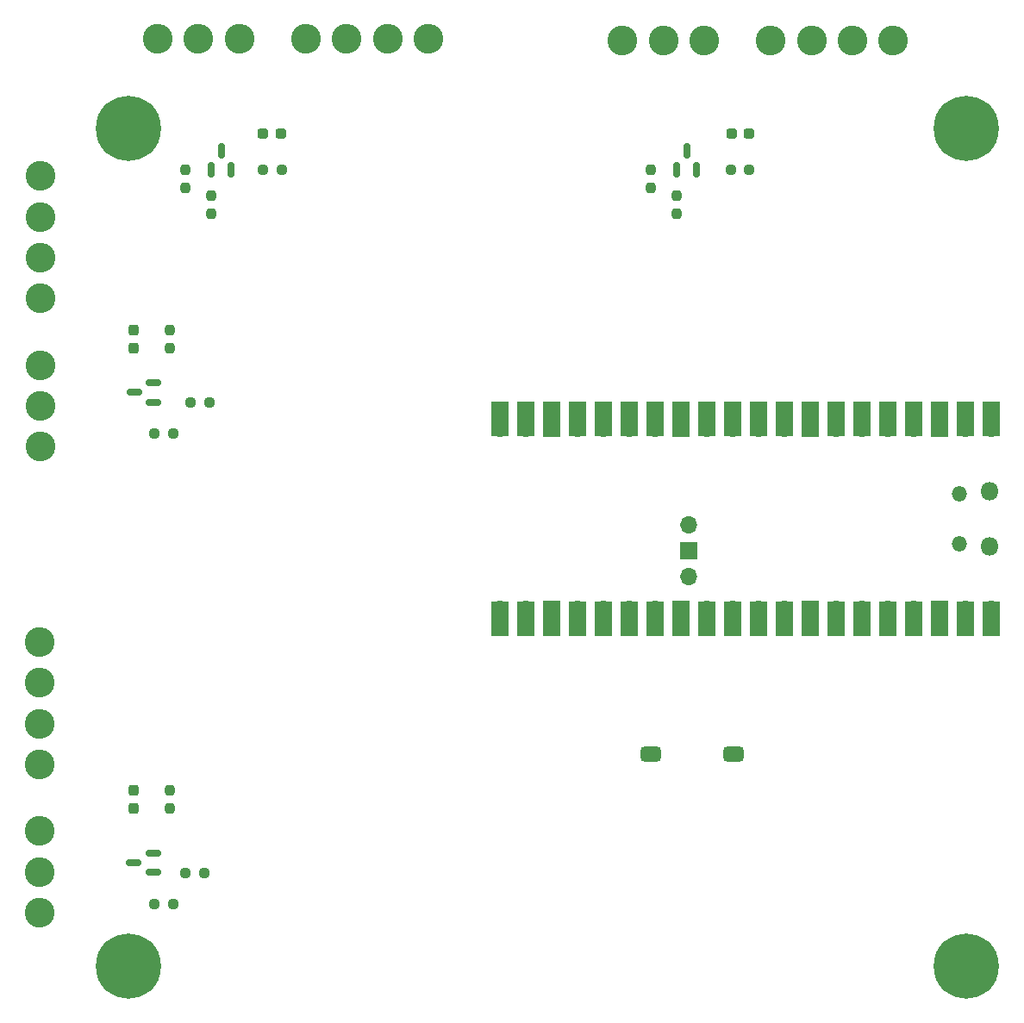
<source format=gts>
%TF.GenerationSoftware,KiCad,Pcbnew,7.0.9*%
%TF.CreationDate,2024-02-10T00:43:51-08:00*%
%TF.ProjectId,snes_controllers_to_usb,736e6573-5f63-46f6-9e74-726f6c6c6572,A*%
%TF.SameCoordinates,Original*%
%TF.FileFunction,Soldermask,Top*%
%TF.FilePolarity,Negative*%
%FSLAX46Y46*%
G04 Gerber Fmt 4.6, Leading zero omitted, Abs format (unit mm)*
G04 Created by KiCad (PCBNEW 7.0.9) date 2024-02-10 00:43:51*
%MOMM*%
%LPD*%
G01*
G04 APERTURE LIST*
G04 Aperture macros list*
%AMRoundRect*
0 Rectangle with rounded corners*
0 $1 Rounding radius*
0 $2 $3 $4 $5 $6 $7 $8 $9 X,Y pos of 4 corners*
0 Add a 4 corners polygon primitive as box body*
4,1,4,$2,$3,$4,$5,$6,$7,$8,$9,$2,$3,0*
0 Add four circle primitives for the rounded corners*
1,1,$1+$1,$2,$3*
1,1,$1+$1,$4,$5*
1,1,$1+$1,$6,$7*
1,1,$1+$1,$8,$9*
0 Add four rect primitives between the rounded corners*
20,1,$1+$1,$2,$3,$4,$5,0*
20,1,$1+$1,$4,$5,$6,$7,0*
20,1,$1+$1,$6,$7,$8,$9,0*
20,1,$1+$1,$8,$9,$2,$3,0*%
G04 Aperture macros list end*
%ADD10C,0.800000*%
%ADD11C,6.400000*%
%ADD12RoundRect,0.237500X0.237500X-0.250000X0.237500X0.250000X-0.237500X0.250000X-0.237500X-0.250000X0*%
%ADD13RoundRect,0.237500X0.250000X0.237500X-0.250000X0.237500X-0.250000X-0.237500X0.250000X-0.237500X0*%
%ADD14RoundRect,0.150000X0.587500X0.150000X-0.587500X0.150000X-0.587500X-0.150000X0.587500X-0.150000X0*%
%ADD15RoundRect,0.237500X-0.237500X0.250000X-0.237500X-0.250000X0.237500X-0.250000X0.237500X0.250000X0*%
%ADD16C,2.924000*%
%ADD17RoundRect,0.237500X0.237500X-0.287500X0.237500X0.287500X-0.237500X0.287500X-0.237500X-0.287500X0*%
%ADD18RoundRect,0.237500X-0.250000X-0.237500X0.250000X-0.237500X0.250000X0.237500X-0.250000X0.237500X0*%
%ADD19O,1.800000X1.800000*%
%ADD20O,1.500000X1.500000*%
%ADD21O,1.700000X1.700000*%
%ADD22R,1.700000X3.500000*%
%ADD23R,1.700000X1.700000*%
%ADD24RoundRect,0.375000X-0.625000X-0.375000X0.625000X-0.375000X0.625000X0.375000X-0.625000X0.375000X0*%
%ADD25RoundRect,0.150000X0.150000X-0.587500X0.150000X0.587500X-0.150000X0.587500X-0.150000X-0.587500X0*%
%ADD26RoundRect,0.237500X-0.287500X-0.237500X0.287500X-0.237500X0.287500X0.237500X-0.287500X0.237500X0*%
G04 APERTURE END LIST*
D10*
%TO.C,H4*%
X174892000Y-151892000D03*
X175594944Y-150194944D03*
X175594944Y-153589056D03*
X177292000Y-149492000D03*
D11*
X177292000Y-151892000D03*
D10*
X177292000Y-154292000D03*
X178989056Y-150194944D03*
X178989056Y-153589056D03*
X179692000Y-151892000D03*
%TD*%
%TO.C,H2*%
X92596000Y-69596000D03*
X93298944Y-67898944D03*
X93298944Y-71293056D03*
X94996000Y-67196000D03*
D11*
X94996000Y-69596000D03*
D10*
X94996000Y-71996000D03*
X96693056Y-67898944D03*
X96693056Y-71293056D03*
X97396000Y-69596000D03*
%TD*%
D12*
%TO.C,R9*%
X148844000Y-78025000D03*
X148844000Y-76200000D03*
%TD*%
D13*
%TO.C,R11*%
X102917000Y-96520000D03*
X101092000Y-96520000D03*
%TD*%
D14*
%TO.C,Q4*%
X97379000Y-142682000D03*
X97379000Y-140782000D03*
X95504000Y-141732000D03*
%TD*%
%TO.C,Q3*%
X97432500Y-96491500D03*
X97432500Y-94591500D03*
X95557500Y-95541500D03*
%TD*%
D13*
%TO.C,R2*%
X110029000Y-73660000D03*
X108204000Y-73660000D03*
%TD*%
%TO.C,R12*%
X102409000Y-142748000D03*
X100584000Y-142748000D03*
%TD*%
D15*
%TO.C,R5*%
X99060000Y-89408000D03*
X99060000Y-91233000D03*
%TD*%
%TO.C,R3*%
X146304000Y-73660000D03*
X146304000Y-75485000D03*
%TD*%
D16*
%TO.C,J1*%
X170070000Y-60960000D03*
X166070000Y-60960000D03*
X162070000Y-60960000D03*
X158070000Y-60960000D03*
X151510000Y-60960000D03*
X147510000Y-60960000D03*
X143510000Y-60960000D03*
%TD*%
D12*
%TO.C,R10*%
X103124000Y-78025000D03*
X103124000Y-76200000D03*
%TD*%
D10*
%TO.C,H3*%
X92596000Y-151892000D03*
X93298944Y-150194944D03*
X93298944Y-153589056D03*
X94996000Y-149492000D03*
D11*
X94996000Y-151892000D03*
D10*
X94996000Y-154292000D03*
X96693056Y-150194944D03*
X96693056Y-153589056D03*
X97396000Y-151892000D03*
%TD*%
D17*
%TO.C,D4*%
X95504000Y-136370000D03*
X95504000Y-134620000D03*
%TD*%
%TO.C,D3*%
X95504000Y-91158000D03*
X95504000Y-89408000D03*
%TD*%
D13*
%TO.C,R1*%
X155956000Y-73660000D03*
X154131000Y-73660000D03*
%TD*%
D18*
%TO.C,R8*%
X97536000Y-145796000D03*
X99361000Y-145796000D03*
%TD*%
D19*
%TO.C,U1*%
X179575000Y-105225000D03*
D20*
X176545000Y-105525000D03*
X176545000Y-110375000D03*
D19*
X179575000Y-110675000D03*
D21*
X179705000Y-99060000D03*
D22*
X179705000Y-98160000D03*
D21*
X177165000Y-99060000D03*
D22*
X177165000Y-98160000D03*
D23*
X174625000Y-99060000D03*
D22*
X174625000Y-98160000D03*
D21*
X172085000Y-99060000D03*
D22*
X172085000Y-98160000D03*
D21*
X169545000Y-99060000D03*
D22*
X169545000Y-98160000D03*
D21*
X167005000Y-99060000D03*
D22*
X167005000Y-98160000D03*
D21*
X164465000Y-99060000D03*
D22*
X164465000Y-98160000D03*
D23*
X161925000Y-99060000D03*
D22*
X161925000Y-98160000D03*
D21*
X159385000Y-99060000D03*
D22*
X159385000Y-98160000D03*
D21*
X156845000Y-99060000D03*
D22*
X156845000Y-98160000D03*
D21*
X154305000Y-99060000D03*
D22*
X154305000Y-98160000D03*
D21*
X151765000Y-99060000D03*
D22*
X151765000Y-98160000D03*
D23*
X149225000Y-99060000D03*
D22*
X149225000Y-98160000D03*
D21*
X146685000Y-99060000D03*
D22*
X146685000Y-98160000D03*
D21*
X144145000Y-99060000D03*
D22*
X144145000Y-98160000D03*
D21*
X141605000Y-99060000D03*
D22*
X141605000Y-98160000D03*
D21*
X139065000Y-99060000D03*
D22*
X139065000Y-98160000D03*
D23*
X136525000Y-99060000D03*
D22*
X136525000Y-98160000D03*
D21*
X133985000Y-99060000D03*
D22*
X133985000Y-98160000D03*
D21*
X131445000Y-99060000D03*
D22*
X131445000Y-98160000D03*
D21*
X131445000Y-116840000D03*
D22*
X131445000Y-117740000D03*
D21*
X133985000Y-116840000D03*
D22*
X133985000Y-117740000D03*
D23*
X136525000Y-116840000D03*
D22*
X136525000Y-117740000D03*
D21*
X139065000Y-116840000D03*
D22*
X139065000Y-117740000D03*
D21*
X141605000Y-116840000D03*
D22*
X141605000Y-117740000D03*
D21*
X144145000Y-116840000D03*
D22*
X144145000Y-117740000D03*
D21*
X146685000Y-116840000D03*
D22*
X146685000Y-117740000D03*
D23*
X149225000Y-116840000D03*
D22*
X149225000Y-117740000D03*
D21*
X151765000Y-116840000D03*
D22*
X151765000Y-117740000D03*
D21*
X154305000Y-116840000D03*
D22*
X154305000Y-117740000D03*
D21*
X156845000Y-116840000D03*
D22*
X156845000Y-117740000D03*
D21*
X159385000Y-116840000D03*
D22*
X159385000Y-117740000D03*
D23*
X161925000Y-116840000D03*
D22*
X161925000Y-117740000D03*
D21*
X164465000Y-116840000D03*
D22*
X164465000Y-117740000D03*
D21*
X167005000Y-116840000D03*
D22*
X167005000Y-117740000D03*
D21*
X169545000Y-116840000D03*
D22*
X169545000Y-117740000D03*
D21*
X172085000Y-116840000D03*
D22*
X172085000Y-117740000D03*
D23*
X174625000Y-116840000D03*
D22*
X174625000Y-117740000D03*
D21*
X177165000Y-116840000D03*
D22*
X177165000Y-117740000D03*
D21*
X179705000Y-116840000D03*
D22*
X179705000Y-117740000D03*
D21*
X149975000Y-108534100D03*
D23*
X149975000Y-111074100D03*
D21*
X149975000Y-113614100D03*
%TD*%
D24*
%TO.C,SW1*%
X146232000Y-131064000D03*
X154432000Y-131064000D03*
%TD*%
D18*
%TO.C,R7*%
X97536000Y-99568000D03*
X99361000Y-99568000D03*
%TD*%
D16*
%TO.C,J4*%
X86200000Y-120070000D03*
X86200000Y-124070000D03*
X86200000Y-128070000D03*
X86200000Y-132070000D03*
X86200000Y-138630000D03*
X86200000Y-142630000D03*
X86200000Y-146630000D03*
%TD*%
D25*
%TO.C,Q2*%
X103124000Y-73660000D03*
X105024000Y-73660000D03*
X104074000Y-71785000D03*
%TD*%
D26*
%TO.C,D2*%
X108204000Y-70104000D03*
X109954000Y-70104000D03*
%TD*%
D10*
%TO.C,H1*%
X174892000Y-69596000D03*
X175594944Y-67898944D03*
X175594944Y-71293056D03*
X177292000Y-67196000D03*
D11*
X177292000Y-69596000D03*
D10*
X177292000Y-71996000D03*
X178989056Y-67898944D03*
X178989056Y-71293056D03*
X179692000Y-69596000D03*
%TD*%
D16*
%TO.C,J3*%
X86360000Y-74295000D03*
X86360000Y-78295000D03*
X86360000Y-82295000D03*
X86360000Y-86295000D03*
X86360000Y-92855000D03*
X86360000Y-96855000D03*
X86360000Y-100855000D03*
%TD*%
D15*
%TO.C,R6*%
X99060000Y-134620000D03*
X99060000Y-136445000D03*
%TD*%
%TO.C,R4*%
X100584000Y-73660000D03*
X100584000Y-75485000D03*
%TD*%
D26*
%TO.C,D1*%
X154206000Y-70104000D03*
X155956000Y-70104000D03*
%TD*%
D16*
%TO.C,J2*%
X124405000Y-60800000D03*
X120405000Y-60800000D03*
X116405000Y-60800000D03*
X112405000Y-60800000D03*
X105845000Y-60800000D03*
X101845000Y-60800000D03*
X97845000Y-60800000D03*
%TD*%
D25*
%TO.C,Q1*%
X148844000Y-73660000D03*
X150744000Y-73660000D03*
X149794000Y-71785000D03*
%TD*%
M02*

</source>
